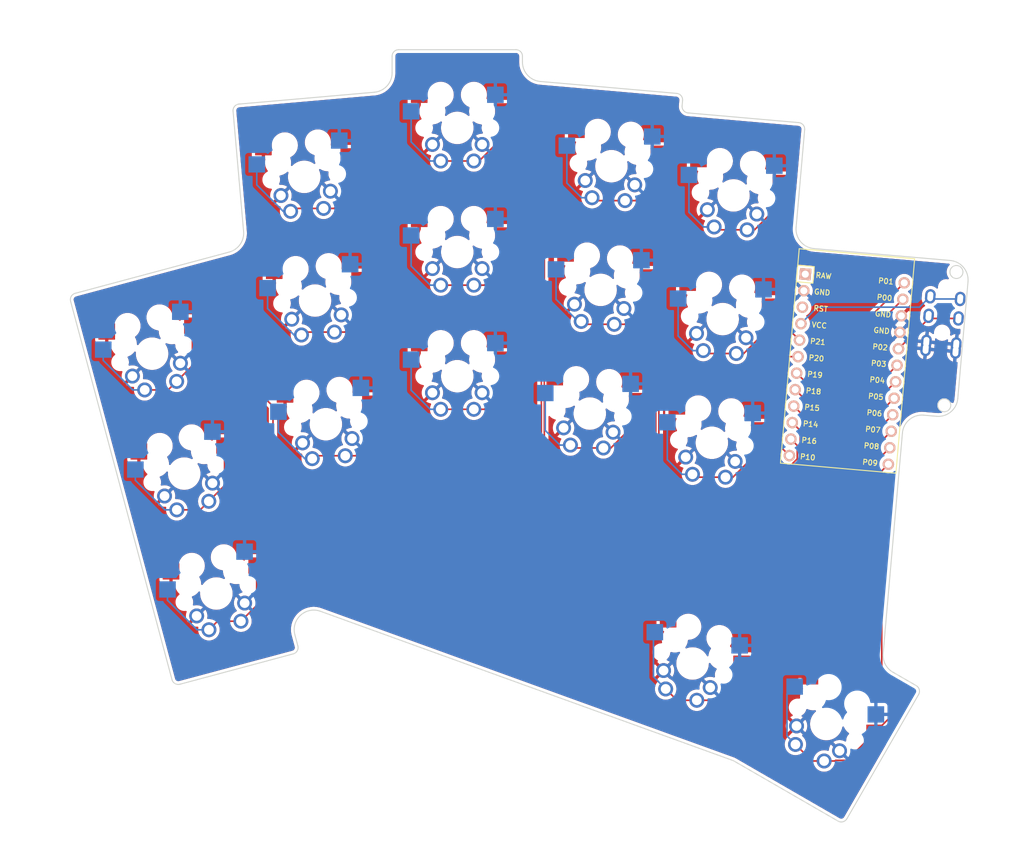
<source format=kicad_pcb>
(kicad_pcb (version 20211014) (generator pcbnew)
  (title_block (title "architeuthis_dux") (rev "v1.0.0") (company "Unknown"))
  (layers (0 "F.Cu" signal) (31 "B.Cu" signal) (34 "B.Paste" user) (35 "F.Paste" user) (36 "B.SilkS" user "B.Silkscreen") (37 "F.SilkS" user "F.Silkscreen") (38 "B.Mask" user) (39 "F.Mask" user) (44 "Edge.Cuts" user))
  (net 0 "")
  (net 1 "P7")
  (net 2 "GND")
  (net 3 "P6")
  (net 4 "P5")
  (net 5 "P4")
  (net 6 "P3")
  (net 7 "P0")
  (net 8 "P1")
  (net 9 "P19")
  (net 10 "P18")
  (net 11 "P15")
  (net 12 "P14")
  (net 13 "P16")
  (net 14 "P10")
  (net 15 "P20")
  (net 16 "P21")
  (net 17 "P8")
  (net 18 "P9")
  (net 19 "RAW")
  (net 20 "RST")
  (net 21 "VCC")
  (net 22 "P2")
  (footprint "MX" (layer "F.Cu") (at 28.741352 -44.373642 -175)
    (fp_text reference "S10" hide)
    (fp_text value "" hide)
  )
  (footprint "MX" (layer "F.Cu") (at 92.949792 -60.507036 175)
    (fp_text reference "S30" hide)
    (fp_text value "" hide)
  )
  (footprint "MX" (layer "F.Cu") (at 8.669573 -17.821626 -165)
    (fp_text reference "S4" hide)
    (fp_text value "" hide)
  )
  (footprint "MX" (layer "F.Cu") (at 50.566943 -51.816243 180)
    (fp_text reference "S16" hide)
    (fp_text value "" hide)
  )
  (footprint "MX" (layer "F.Cu") (at 92.949792 -60.507036 -5)
    (fp_text reference "S29" hide)
    (fp_text value "" hide)
  )
  (footprint "MX" (layer "F.Cu") (at 74.219225 -64.989905 -5)
    (fp_text reference "S23" hide)
    (fp_text value "" hide)
  )
  (footprint "TRRS-PJ-320A-dual" (layer "F.Cu") (at 128.00854 -47.801987 -5)
    (fp_text reference "REF**")
    (fp_text value "TRRS-PJ-320A-dual")
  )
  (footprint "MX" (layer "F.Cu") (at 91.289475 -41.529527 175)
    (fp_text reference "S28" hide)
    (fp_text value "" hide)
  )
  (footprint "MX" (layer "F.Cu") (at 107.194926 20.607291 150)
    (fp_text reference "S34" hide)
    (fp_text value "" hide)
  )
  (footprint "MX" (layer "F.Cu") (at 27.081035 -63.351151 5)
    (fp_text reference "S11" hide)
    (fp_text value "" hide)
  )
  (footprint "MX" (layer "F.Cu") (at 3.739071 -36.222513 15)
    (fp_text reference "S5" hide)
    (fp_text value "" hide)
  )
  (footprint "MX" (layer "F.Cu") (at 86.665863 11.318602 -20)
    (fp_text reference "S31" hide)
    (fp_text value "" hide)
  )
  (footprint "MX" (layer "F.Cu") (at 86.665863 11.318602 160)
    (fp_text reference "S32" hide)
    (fp_text value "" hide)
  )
  (footprint "MX" (layer "F.Cu") (at 89.629158 -22.552018 175)
    (fp_text reference "S26" hide)
    (fp_text value "" hide)
  )
  (footprint "MX" (layer "F.Cu") (at 72.558908 -46.012396 -5)
    (fp_text reference "S21" hide)
    (fp_text value "" hide)
  )
  (footprint "MX" (layer "F.Cu") (at 30.401669 -25.396133 5)
    (fp_text reference "S7" hide)
    (fp_text value "" hide)
  )
  (footprint "MX" (layer "F.Cu") (at 70.898591 -27.034887 175)
    (fp_text reference "S20" hide)
    (fp_text value "" hide)
  )
  (footprint "ProMicro" (layer "F.Cu") (at 110.339312 -33.837108 -95)
    (fp_text reference "MCU1" hide)
    (fp_text value "" hide)
  )
  (footprint "MX" (layer "F.Cu") (at 50.566943 -32.766243 180)
    (fp_text reference "S14" hide)
    (fp_text value "" hide)
  )
  (footprint "MX" (layer "F.Cu") (at 13.600076 0.579261 15)
    (fp_text reference "S1" hide)
    (fp_text value "" hide)
  )
  (footprint "MX" (layer "F.Cu") (at 89.629158 -22.552018 -5)
    (fp_text reference "S25" hide)
    (fp_text value "" hide)
  )
  (footprint "MX" (layer "F.Cu") (at 28.741352 -44.373642 5)
    (fp_text reference "S9" hide)
    (fp_text value "" hide)
  )
  (footprint "MX" (layer "F.Cu") (at 72.558908 -46.012396 175)
    (fp_text reference "S22" hide)
    (fp_text value "" hide)
  )
  (footprint "MX" (layer "F.Cu") (at 27.081035 -63.351151 -175)
    (fp_text reference "S12" hide)
    (fp_text value "" hide)
  )
  (footprint "MX" (layer "F.Cu") (at 70.898591 -27.034887 -5)
    (fp_text reference "S19" hide)
    (fp_text value "" hide)
  )
  (footprint "MX" (layer "F.Cu") (at 50.566943 -51.816243)
    (fp_text reference "S15" hide)
    (fp_text value "" hide)
  )
  (footprint "MX" (layer "F.Cu") (at 50.566943 -32.766243)
    (fp_text reference "S13" hide)
    (fp_text value "" hide)
  )
  (footprint "MX" (layer "F.Cu") (at 91.289475 -41.529527 -5)
    (fp_text reference "S27" hide)
    (fp_text value "" hide)
  )
  (footprint "MX" (layer "F.Cu") (at 50.566943 -70.866243 180)
    (fp_text reference "S18" hide)
    (fp_text value "" hide)
  )
  (footprint "MX" (layer "F.Cu") (at 30.401669 -25.396133 -175)
    (fp_text reference "S8" hide)
    (fp_text value "" hide)
  )
  (footprint "MX" (layer "F.Cu") (at 74.219225 -64.989905 175)
    (fp_text reference "S24" hide)
    (fp_text value "" hide)
  )
  (footprint "MX" (layer "F.Cu") (at 8.669573 -17.821626 15)
    (fp_text reference "S3" hide)
    (fp_text value "" hide)
  )
  (footprint "MX" (layer "F.Cu") (at 13.600076 0.579261 -165)
    (fp_text reference "S2" hide)
    (fp_text value "" hide)
  )
  (footprint "MX" (layer "F.Cu") (at 3.739071 -36.222513 -165)
    (fp_text reference "S6" hide)
    (fp_text value "" hide)
  )
  (footprint "MX" (layer "F.Cu") (at 107.194926 20.607291 -30)
    (fp_text reference "S33" hide)
    (fp_text value "" hide)
  )
  (footprint "MX" (layer "F.Cu") (at 50.566943 -70.866243)
    (fp_text reference "S17" hide)
    (fp_text value "" hide)
  )
  (gr_arc (start 40.566943 -79.325847) (mid 39.778775 -77.299076) (end 37.82841 -76.337263) (layer "Edge.Cuts") (width 0.15))
  (gr_arc (start 59.566943 -82.866243) (mid 60.27405 -82.57335) (end 60.566943 -81.866243) (layer "Edge.Cuts") (width 0.15))
  (gr_arc (start -8.767197 -44.259507) (mid -8.667296 -45.018326) (end -8.06009 -45.484252) (layer "Edge.Cuts") (width 0.15))
  (gr_line (start 102.558758 -55.60089) (end 103.870452 -70.593621) (layer "Edge.Cuts") (width 0.15))
  (gr_line (start 120.989154 14.714986) (end 117.399571 12.642539) (layer "Edge.Cuts") (width 0.15))
  (gr_arc (start 105.285876 -52.350838) (mid 103.249209 -53.411059) (end 102.558758 -55.60089) (layer "Edge.Cuts") (width 0.15))
  (gr_line (start 60.566943 -80.979156) (end 60.566943 -81.866243) (layer "Edge.Cuts") (width 0.15))
  (gr_line (start 85.976294 -73.162976) (end 102.961413 -71.676971) (layer "Edge.Cuts") (width 0.15))
  (gr_arc (start 17.77579 -54.973463) (mid 17.244662 -52.991266) (end 15.563663 -51.814217) (layer "Edge.Cuts") (width 0.15))
  (gr_arc (start 8.012573 14.499741) (mid 7.253754 14.399841) (end 6.787828 13.792636) (layer "Edge.Cuts") (width 0.15))
  (gr_line (start 16.160375 -73.437735) (end 17.77579 -54.973462) (layer "Edge.Cuts") (width 0.15))
  (gr_arc (start 85.976294 -73.162976) (mid 85.297405 -73.516383) (end 85.067255 -74.246327) (layer "Edge.Cuts") (width 0.15))
  (gr_arc (start 127.364277 -29.339013) (mid 126.304056 -27.302347) (end 124.114226 -26.611896) (layer "Edge.Cuts") (width 0.15))
  (gr_arc (start 127.244312 -49.752388) (mid 127.07 -47.76) (end 127.244312 -49.752388) (layer "Edge.Cuts") (width 0.15))
  (gr_line (start 26.106344 8.616255) (end 25.647422 6.903534) (layer "Edge.Cuts") (width 0.15))
  (gr_arc (start 120.989154 14.714985) (mid 121.45508 15.322192) (end 121.35518 16.081011) (layer "Edge.Cuts") (width 0.15))
  (gr_arc (start 40.566943 -81.866243) (mid 40.859836 -82.57335) (end 41.566943 -82.866243) (layer "Edge.Cuts") (width 0.15))
  (gr_arc (start 63.305476 -77.990572) (mid 61.355111 -78.952385) (end 60.566943 -80.979156) (layer "Edge.Cuts") (width 0.15))
  (gr_line (start 40.566943 -81.866243) (end 40.566943 -79.325847) (layer "Edge.Cuts") (width 0.15))
  (gr_line (start 105.285875 -52.350839) (end 126.205964 -50.520568) (layer "Edge.Cuts") (width 0.15))
  (gr_arc (start 126.286194 -28.222844) (mid 124.293806 -28.397156) (end 126.286194 -28.222844) (layer "Edge.Cuts") (width 0.15))
  (gr_arc (start 84.230846 -76.15984) (mid 84.909735 -75.806433) (end 85.139885 -75.076489) (layer "Edge.Cuts") (width 0.15))
  (gr_line (start 127.364277 -29.339012) (end 128.933081 -47.270517) (layer "Edge.Cuts") (width 0.15))
  (gr_line (start 110.35518 35.13357) (end 121.35518 16.081011) (layer "Edge.Cuts") (width 0.15))
  (gr_line (start 59.566943 -82.866243) (end 41.566943 -82.866243) (layer "Edge.Cuts") (width 0.15))
  (gr_line (start 92.942643 26.235138) (end 108.989154 35.499596) (layer "Edge.Cuts") (width 0.15))
  (gr_arc (start 117.399571 12.642539) (mid 116.238539 11.429709) (end 115.910987 9.782996) (layer "Edge.Cuts") (width 0.15))
  (gr_arc (start 126.205964 -50.520568) (mid 128.24263 -49.460347) (end 128.933081 -47.270517) (layer "Edge.Cuts") (width 0.15))
  (gr_line (start 8.012572 14.499742) (end 25.399237 9.840999) (layer "Edge.Cuts") (width 0.15))
  (gr_line (start 124.114226 -26.611896) (end 122.121837 -26.786207) (layer "Edge.Cuts") (width 0.15))
  (gr_line (start 17.069414 -74.521086) (end 37.82841 -76.337263) (layer "Edge.Cuts") (width 0.15))
  (gr_line (start -8.767197 -44.259507) (end -3.836694 -25.85862) (layer "Edge.Cuts") (width 0.15))
  (gr_arc (start 102.961413 -71.67697) (mid 103.640301 -71.323564) (end 103.870452 -70.593621) (layer "Edge.Cuts") (width 0.15))
  (gr_arc (start 16.160375 -73.437735) (mid 16.390525 -74.167679) (end 17.069414 -74.521086) (layer "Edge.Cuts") (width 0.15))
  (gr_line (start 63.305476 -77.990572) (end 84.230846 -76.159839) (layer "Edge.Cuts") (width 0.15))
  (gr_arc (start 118.871785 -24.059091) (mid 119.932007 -26.095757) (end 122.121837 -26.786207) (layer "Edge.Cuts") (width 0.15))
  (gr_line (start -3.836694 -25.85862) (end 6.787827 13.792636) (layer "Edge.Cuts") (width 0.15))
  (gr_arc (start 110.35518 35.13357) (mid 109.747973 35.599496) (end 108.989154 35.499596) (layer "Edge.Cuts") (width 0.15))
  (gr_line (start -8.06009 -45.484252) (end 15.563663 -51.814217) (layer "Edge.Cuts") (width 0.15))
  (gr_arc (start 25.647421 6.903534) (mid 26.518428 3.915244) (end 29.57126 3.307999) (layer "Edge.Cuts") (width 0.15))
  (gr_arc (start 26.106343 8.616255) (mid 26.006443 9.375073) (end 25.399237 9.840999) (layer "Edge.Cuts") (width 0.15))
  (gr_line (start 29.57126 3.307999) (end 92.942643 26.235138) (layer "Edge.Cuts") (width 0.15))
  (gr_line (start 85.067255 -74.246327) (end 85.139885 -75.076489) (layer "Edge.Cuts") (width 0.15))
  (gr_line (start 115.910987 9.782996) (end 118.871785 -24.05909) (layer "Edge.Cuts") (width 0.15))
  (segment (start 13.776226 4.828764) (end 12.461425 6.143565) (width 0.25) (layer "F.Cu") (net 1))
  (segment (start 117.155501 -24.31681) (end 114.44 -21.601309) (width 0.25) (layer "F.Cu") (net 1))
  (segment (start 17.368328 4.828764) (end 13.776226 4.828764) (width 0.25) (layer "F.Cu") (net 1))
  (segment (start 114.44 1.74) (end 26.42 1.74) (width 0.25) (layer "F.Cu") (net 1))
  (segment (start 19.78626 -3.707924) (end 19.78626 2.410832) (width 0.25) (layer "F.Cu") (net 1))
  (segment (start 19.78626 2.410832) (end 17.368328 4.828764) (width 0.25) (layer "F.Cu") (net 1))
  (segment (start 26.42 1.74) (end 20.972076 -3.707924) (width 0.25) (layer "F.Cu") (net 1))
  (segment (start 20.972076 -3.707924) (end 19.78626 -3.707924) (width 0.25) (layer "F.Cu") (net 1))
  (segment (start 114.44 -21.601309) (end 114.44 1.74) (width 0.25) (layer "F.Cu") (net 1))
  (segment (start 6.099091 -0.040458) (end 6.099091 1.61598) (width 0.25) (layer "B.Cu") (net 1))
  (segment (start 10.626676 6.143565) (end 12.461425 6.143565) (width 0.25) (layer "B.Cu") (net 1))
  (segment (start 6.099091 1.61598) (end 10.626676 6.143565) (width 0.25) (layer "B.Cu") (net 1))
  (segment (start 11.123024 -12.257322) (end 7.530922 -12.257322) (width 0.25) (layer "F.Cu") (net 3))
  (segment (start 21.84 -3.62) (end 21.84 -19.91) (width 0.25) (layer "F.Cu") (net 3))
  (segment (start 14.855757 -22.108811) (end 14.855757 -15.990055) (width 0.25) (layer "F.Cu") (net 3))
  (segment (start 26.75048 1.29048) (end 21.84 -3.62) (width 0.25) (layer "F.Cu") (net 3))
  (segment (start 19.641189 -22.108811) (end 14.855757 -22.108811) (width 0.25) (layer "F.Cu") (net 3))
  (segment (start 113.67952 1.29048) (end 26.75048 1.29048) (width 0.25) (layer "F.Cu") (net 3))
  (segment (start 113.77 1.2) (end 113.67952 1.29048) (width 0.25) (layer "F.Cu") (net 3))
  (segment (start 117.376877 -26.847145) (end 113.77 -23.240268) (width 0.25) (layer "F.Cu") (net 3))
  (segment (start 21.84 -19.91) (end 19.641189 -22.108811) (width 0.25) (layer "F.Cu") (net 3))
  (segment (start 12.437825 -13.572123) (end 11.123024 -12.257322) (width 0.25) (layer "F.Cu") (net 3))
  (segment (start 14.855757 -15.990055) (end 12.437825 -13.572123) (width 0.25) (layer "F.Cu") (net 3))
  (segment (start 113.77 -23.240268) (end 113.77 1.2) (width 0.25) (layer "F.Cu") (net 3))
  (segment (start 5.696173 -12.257322) (end 7.530922 -12.257322) (width 0.25) (layer "B.Cu") (net 3))
  (segment (start 1.168588 -18.441345) (end 1.168588 -16.784907) (width 0.25) (layer "B.Cu") (net 3))
  (segment (start 1.168588 -16.784907) (end 5.696173 -12.257322) (width 0.25) (layer "B.Cu") (net 3))
  (segment (start 7.507323 -31.97301) (end 6.192522 -30.658209) (width 0.25) (layer "F.Cu") (net 4))
  (segment (start 9.925255 -40.509698) (end 9.925255 -34.390942) (width 0.25) (layer "F.Cu") (net 4))
  (segment (start 22.28952 -28.145433) (end 9.925255 -40.509698) (width 0.25) (layer "F.Cu") (net 4))
  (segment (start 22.28952 -3.82048) (end 22.28952 -28.145433) (width 0.25) (layer "F.Cu") (net 4))
  (segment (start 26.94 0.83) (end 22.28952 -3.82048) (width 0.25) (layer "F.Cu") (net 4))
  (segment (start 113.18 0.83) (end 26.94 0.83) (width 0.25) (layer "F.Cu") (net 4))
  (segment (start 6.192522 -30.658209) (end 2.60042 -30.658209) (width 0.25) (layer "F.Cu") (net 4))
  (segment (start 9.925255 -34.390942) (end 7.507323 -31.97301) (width 0.25) (layer "F.Cu") (net 4))
  (segment (start 113.18 -24.959227) (end 113.18 0.83) (width 0.25) (layer "F.Cu") (net 4))
  (segment (start 117.598252 -29.377479) (end 113.18 -24.959227) (width 0.25) (layer "F.Cu") (net 4))
  (segment (start 0.765671 -30.658209) (end 2.60042 -30.658209) (width 0.25) (layer "B.Cu") (net 4))
  (segment (start -3.761914 -35.185794) (end 0.765671 -30.658209) (width 0.25) (layer "B.Cu") (net 4))
  (segment (start -3.761914 -36.842232) (end -3.761914 -35.185794) (width 0.25) (layer "B.Cu") (net 4))
  (segment (start 28.756838 -20.55684) (end 28.314086 -20.114088) (width 0.25) (layer "F.Cu") (net 5))
  (segment (start 112.73048 0.36) (end 41.4 0.36) (width 0.25) (layer "F.Cu") (net 5))
  (segment (start 37.238333 -3.801667) (end 37.238333 -28.543966) (width 0.25) (layer "F.Cu") (net 5))
  (segment (start 37.238333 -22.803972) (end 34.991201 -20.55684) (width 0.25) (layer "F.Cu") (net 5))
  (segment (start 112.73048 -26.818666) (end 112.73048 0.36) (width 0.25) (layer "F.Cu") (net 5))
  (segment (start 41.4 0.36) (end 37.238333 -3.801667) (width 0.25) (layer "F.Cu") (net 5))
  (segment (start 34.991201 -20.55684) (end 33.374755 -20.55684) (width 0.25) (layer "F.Cu") (net 5))
  (segment (start 33.374755 -20.55684) (end 28.756838 -20.55684) (width 0.25) (layer "F.Cu") (net 5))
  (segment (start 117.819628 -31.907814) (end 112.73048 -26.818666) (width 0.25) (layer "F.Cu") (net 5))
  (segment (start 37.238333 -28.543966) (end 37.238333 -22.803972) (width 0.25) (layer "F.Cu") (net 5))
  (segment (start 23.122254 -24.163649) (end 27.171815 -20.114088) (width 0.25) (layer "B.Cu") (net 5))
  (segment (start 23.122254 -27.308969) (end 23.122254 -24.163649) (width 0.25) (layer "B.Cu") (net 5))
  (segment (start 27.171815 -20.114088) (end 28.314086 -20.114088) (width 0.25) (layer "B.Cu") (net 5))
  (segment (start 112.28096 -28.678106) (end 112.28096 -0.09) (width 0.25) (layer "F.Cu") (net 6))
  (segment (start 33.330884 -39.534349) (end 31.714438 -39.534349) (width 0.25) (layer "F.Cu") (net 6))
  (segment (start 35.578016 -47.521475) (end 35.578016 -41.781481) (width 0.25) (layer "F.Cu") (net 6))
  (segment (start 37.697859 -3.977859) (end 37.697859 -24.657859) (width 0.25) (layer "F.Cu") (net 6))
  (segment (start 118.041003 -34.438149) (end 112.28096 -28.678106) (width 0.25) (layer "F.Cu") (net 6))
  (segment (start 37.697859 -24.657859) (end 39.35 -26.31) (width 0.25) (layer "F.Cu") (net 6))
  (segment (start 31.714438 -39.534349) (end 27.096521 -39.534349) (width 0.25) (layer "F.Cu") (net 6))
  (segment (start 27.096521 -39.534349) (end 26.653769 -39.091597) (width 0.25) (layer "F.Cu") (net 6))
  (segment (start 39.35 -43.749491) (end 35.578016 -47.521475) (width 0.25) (layer "F.Cu") (net 6))
  (segment (start 41.585718 -0.09) (end 37.697859 -3.977859) (width 0.25) (layer "F.Cu") (net 6))
  (segment (start 35.578016 -41.781481) (end 33.330884 -39.534349) (width 0.25) (layer "F.Cu") (net 6))
  (segment (start 39.35 -26.31) (end 39.35 -43.749491) (width 0.25) (layer "F.Cu") (net 6))
  (segment (start 112.28096 -0.09) (end 41.585718 -0.09) (width 0.25) (layer "F.Cu") (net 6))
  (segment (start 21.461937 -46.286478) (end 21.461937 -43.141158) (width 0.25) (layer "B.Cu") (net 6))
  (segment (start 21.461937 -43.141158) (end 25.511498 -39.091597) (width 0.25) (layer "B.Cu") (net 6))
  (segment (start 25.511498 -39.091597) (end 26.653769 -39.091597) (width 0.25) (layer "B.Cu") (net 6))
  (segment (start 118.926506 -44.559487) (end 111.72 -37.352981) (width 0.25) (layer "F.Cu") (net 7))
  (segment (start 39.79952 -60.617163) (end 33.917699 -66.498984) (width 0.25) (layer "F.Cu") (net 7))
  (segment (start 33.917699 -60.75899) (end 31.670567 -58.511858) (width 0.25) (layer "F.Cu") (net 7))
  (segment (start 38.17 -24.494282) (end 39.79952 -26.123803) (width 0.25) (layer "F.Cu") (net 7))
  (segment (start 33.917699 -66.498984) (end 33.917699 -60.75899) (width 0.25) (layer "F.Cu") (net 7))
  (segment (start 111.72 -37.352981) (end 111.72 -0.54) (width 0.25) (layer "F.Cu") (net 7))
  (segment (start 30.054121 -58.511858) (end 25.436204 -58.511858) (width 0.25) (layer "F.Cu") (net 7))
  (segment (start 38.17 -4.32) (end 38.17 -24.494282) (width 0.25) (layer "F.Cu") (net 7))
  (segment (start 111.72 -0.54) (end 111.71952 -0.53952) (width 0.25) (layer "F.Cu") (net 7))
  (segment (start 111.71952 -0.53952) (end 41.95048 -0.53952) (width 0.25) (layer "F.Cu") (net 7))
  (segment (start 39.79952 -26.123803) (end 39.79952 -60.617163) (width 0.25) (layer "F.Cu") (net 7))
  (segment (start 31.670567 -58.511858) (end 30.054121 -58.511858) (width 0.25) (layer "F.Cu") (net 7))
  (segment (start 25.436204 -58.511858) (end 24.993452 -58.069106) (width 0.25) (layer "F.Cu") (net 7))
  (segment (start 41.95048 -0.53952) (end 38.17 -4.32) (width 0.25) (layer "F.Cu") (net 7))
  (segment (start 19.80162 -62.118667) (end 23.851181 -58.069106) (width 0.25) (layer "B.Cu") (net 7))
  (segment (start 19.80162 -65.263987) (end 19.80162 -62.118667) (width 0.25) (layer "B.Cu") (net 7))
  (segment (start 23.851181 -58.069106) (end 24.993452 -58.069106) (width 0.25) (layer "B.Cu") (net 7))
  (segment (start 111.18 -39.12194) (end 111.18 -1.15) (width 0.25) (layer "F.Cu") (net 8))
  (segment (start 57.651943 -35.306243) (end 57.651943 -30.614797) (width 0.25) (layer "F.Cu") (net 8))
  (segment (start 119.147881 -47.089821) (end 111.18 -39.12194) (width 0.25) (layer "F.Cu") (net 8))
  (segment (start 57.651943 -3.918057) (end 57.651943 -35.306243) (width 0.25) (layer "F.Cu") (net 8))
  (segment (start 111.18 -1.15) (end 111.01904 -0.98904) (width 0.25) (layer "F.Cu") (net 8))
  (segment (start 60.58096 -0.98904) (end 57.651943 -3.918057) (width 0.25) (layer "F.Cu") (net 8))
  (segment (start 57.651943 -30.614797) (end 54.723389 -27.686243) (width 0.25) (layer "F.Cu") (net 8))
  (segment (start 54.723389 -27.686243) (end 53.106943 -27.686243) (width 0.25) (layer "F.Cu") (net 8))
  (segment (start 53.106943 -27.686243) (end 48.026943 -27.686243) (width 0.25) (layer "F.Cu") (net 8))
  (segment (start 111.01904 -0.98904) (end 60.58096 -0.98904) (width 0.25) (layer "F.Cu") (net 8))
  (segment (start 46.410497 -27.686243) (end 48.026943 -27.686243) (width 0.25) (layer "B.Cu") (net 8))
  (segment (start 43.481943 -30.614797) (end 46.410497 -27.686243) (width 0.25) (layer "B.Cu") (net 8))
  (segment (start 43.481943 -35.306243) (end 43.481943 -30.614797) (width 0.25) (layer "B.Cu") (net 8))
  (segment (start 103.890717 -18.659282) (end 96.373354 -11.14192) (width 0.25) (layer "F.Cu") (net 9))
  (segment (start 57.651943 -49.664797) (end 54.723389 -46.736243) (width 0.25) (layer "F.Cu") (net 9))
  (segment (start 104.53 -31.343688) (end 104.53 -19.298564) (width 0.25) (layer "F.Cu") (net 9))
  (segment (start 53.106943 -46.736243) (end 48.026943 -46.736243) (width 0.25) (layer "F.Cu") (net 9))
  (segment (start 58.983757 -54.356243) (end 57.651943 -54.356243) (width 0.25) (layer "F.Cu") (net 9))
  (segment (start 57.651943 -54.356243) (end 57.651943 -49.664797) (width 0.25) (layer "F.Cu") (net 9))
  (segment (start 96.373354 -11.14192) (end 70.482362 -11.14192) (width 0.25) (layer "F.Cu") (net 9))
  (segment (start 104.53 -19.298564) (end 103.890717 -18.659282) (width 0.25) (layer "F.Cu") (net 9))
  (segment (start 54.723389 -46.736243) (end 53.106943 -46.736243) (width 0.25) (layer "F.Cu") (net 9))
  (segment (start 102.637621 -33.236067) (end 104.53 -31.343688) (width 0.25) (layer "F.Cu") (net 9))
  (segment (start 70.21904 -11.405243) (end 63.472542 -18.151741) (width 0.25) (layer "F.Cu") (net 9))
  (segment (start 63.472542 -18.151741) (end 63.472542 -49.867458) (width 0.25) (layer "F.Cu") (net 9))
  (segment (start 70.482362 -11.14192) (end 70.21904 -11.405243) (width 0.25) (layer "F.Cu") (net 9))
  (segment (start 63.472542 -49.867458) (end 58.983757 -54.356243) (width 0.25) (layer "F.Cu") (net 9))
  (segment (start 43.481943 -54.356243) (end 43.481943 -49.664797) (width 0.25) (layer "B.Cu") (net 9))
  (segment (start 46.410497 -46.736243) (end 48.026943 -46.736243) (width 0.25) (layer "B.Cu") (net 9))
  (segment (start 43.481943 -49.664797) (end 46.410497 -46.736243) (width 0.25) (layer "B.Cu") (net 9))
  (segment (start 53.106943 -65.786243) (end 48.026943 -65.786243) (width 0.25) (layer "F.Cu") (net 10))
  (segment (start 63.922062 -69.987938) (end 60.503757 -73.406243) (width 0.25) (layer "F.Cu") (net 10))
  (segment (start 104.080114 -19.484396) (end 96.187157 -11.59144) (width 0.25) (layer "F.Cu") (net 10))
  (segment (start 96.187157 -11.59144) (end 70.66856 -11.59144) (width 0.25) (layer "F.Cu") (net 10))
  (segment (start 102.416245 -30.705733) (end 104.080114 -29.041864) (width 0.25) (layer "F.Cu") (net 10))
  (segment (start 57.651943 -69.525868) (end 53.912318 -65.786243) (width 0.25) (layer "F.Cu") (net 10))
  (segment (start 57.651943 -73.406243) (end 57.651943 -69.525868) (width 0.25) (layer "F.Cu") (net 10))
  (segment (start 53.912318 -65.786243) (end 53.106943 -65.786243) (width 0.25) (layer "F.Cu") (net 10))
  (segment (start 63.922062 -18.337938) (end 63.922062 -69.987938) (width 0.25) (layer "F.Cu") (net 10))
  (segment (start 60.503757 -73.406243) (end 57.651943 -73.406243) (width 0.25) (layer "F.Cu") (net 10))
  (segment (start 104.080114 -29.041864) (end 104.080114 -19.484396) (width 0.25) (layer "F.Cu") (net 10))
  (segment (start 70.66856 -11.59144) (end 63.922062 -18.337938) (width 0.25) (layer "F.Cu") (net 10))
  (segment (start 43.481943 -73.406243) (end 43.481943 -68.714797) (width 0.25) (layer "B.Cu") (net 10))
  (segment (start 46.410497 -65.786243) (end 48.026943 -65.786243) (width 0.25) (layer "B.Cu") (net 10))
  (segment (start 43.481943 -68.714797) (end 46.410497 -65.786243) (width 0.25) (layer "B.Cu") (net 10))
  (segment (start 72.986174 -21.752842) (end 68.368257 -21.752842) (width 0.25) (layer "F.Cu") (net 11))
  (segment (start 68.368257 -21.752842) (end 67.925505 -22.195594) (width 0.25) (layer "F.Cu") (net 11))
  (segment (start 74.128445 -21.752842) (end 72.986174 -21.752842) (width 0.25) (layer "F.Cu") (net 11))
  (segment (start 96.00096 -12.04096) (end 84.873322 -12.04096) (width 0.25) (layer "F.Cu") (net 11))
  (segment (start 80.56 -16.354282) (end 80.56 -26.61) (width 0.25) (layer "F.Cu") (net 11))
  (segment (start 78.178006 -28.947723) (end 78.178006 -25.802403) (width 0.25) (layer "F.Cu") (net 11))
  (segment (start 80.56 -26.61) (end 78.222277 -28.947723) (width 0.25) (layer "F.Cu") (net 11))
  (segment (start 103.630594 -19.670594) (end 96.00096 -12.04096) (width 0.25) (layer "F.Cu") (net 11))
  (segment (start 78.178006 -25.802403) (end 74.128445 -21.752842) (width 0.25) (layer "F.Cu") (net 11))
  (segment (start 84.873322 -12.04096) (end 80.56 -16.354282) (width 0.25) (layer "F.Cu") (net 11))
  (segment (start 103.630594 -26.739673) (end 103.630594 -19.670594) (width 0.25) (layer "F.Cu") (net 11))
  (segment (start 78.222277 -28.947723) (end 78.178006 -28.947723) (width 0.25) (layer "F.Cu") (net 11))
  (segment (start 102.194869 -28.175398) (end 103.630594 -26.739673) (width 0.25) (layer "F.Cu") (net 11))
  (segment (start 64.061927 -24.442726) (end 66.309059 -22.195594) (width 0.25) (layer "B.Cu") (net 11))
  (segment (start 64.061927 -30.18272) (end 64.061927 -24.442726) (width 0.25) (layer "B.Cu") (net 11))
  (segment (start 66.309059 -22.195594) (end 67.925505 -22.195594) (width 0.25) (layer "B.Cu") (net 11))
  (segment (start 70.028574 -40.730351) (end 69.585822 -41.173103) (width 0.25) (layer "F.Cu") (net 12))
  (segment (start 103.181074 -24.437484) (end 103.181074 -19.900805) (width 0.25) (layer "F.Cu") (net 12))
  (segment (start 81.03 -16.52) (end 81.03 -46.733555) (width 0.25) (layer "F.Cu") (net 12))
  (segment (start 101.973494 -25.645064) (end 103.181074 -24.437484) (width 0.25) (layer "F.Cu") (net 12))
  (segment (start 76.262937 -40.730351) (end 74.646491 -40.730351) (width 0.25) (layer "F.Cu") (net 12))
  (segment (start 85.05952 -12.49048) (end 81.03 -16.52) (width 0.25) (layer "F.Cu") (net 12))
  (segment (start 95.770749 -12.49048) (end 85.05952 -12.49048) (width 0.25) (layer "F.Cu") (net 12))
  (segment (start 103.181074 -19.900805) (end 95.770749 -12.49048) (width 0.25) (layer "F.Cu") (net 12))
  (segment (start 79.838323 -44.305737) (end 76.262937 -40.730351) (width 0.25) (layer "F.Cu") (net 12))
  (segment (start 79.838323 -47.925232) (end 79.838323 -44.305737) (width 0.25) (layer "F.Cu") (net 12))
  (segment (start 81.03 -46.733555) (end 79.838323 -47.925232) (width 0.25) (layer "F.Cu") (net 12))
  (segment (start 74.646491 -40.730351) (end 70.028574 -40.730351) (width 0.25) (layer "F.Cu") (net 12))
  (segment (start 65.722244 -49.160229) (end 65.722244 -44.558537) (width 0.25) (layer "B.Cu") (net 12))
  (segment (start 69.107678 -41.173103) (end 69.585822 -41.173103) (width 0.25) (layer "B.Cu") (net 12))
  (segment (start 65.722244 -44.558537) (end 69.107678 -41.173103) (width 0.25) (layer "B.Cu") (net 12))
  (segment (start 81.49864 -66.902741) (end 81.49864 -63.283246) (width 0.25) (layer "F.Cu") (net 13))
  (segment (start 71.688891 -59.70786) (end 71.246139 -60.150612) (width 0.25) (layer "F.Cu") (net 13))
  (segment (start 95.584552 -12.94) (end 85.25 -12.94) (width 0.25) (layer "F.Cu") (net 13))
  (segment (start 76.306808 -59.70786) (end 71.688891 -59.70786) (width 0.25) (layer "F.Cu") (net 13))
  (segment (start 102.731554 -20.087002) (end 95.584552 -12.94) (width 0.25) (layer "F.Cu") (net 13))
  (segment (start 102.731554 -22.135293) (end 102.731554 -20.087002) (width 0.25) (layer "F.Cu") (net 13))
  (segment (start 85.25 -12.94) (end 81.49864 -16.69136) (width 0.25) (layer "F.Cu") (net 13))
  (segment (start 101.752118 -23.114729) (end 102.731554 -22.135293) (width 0.25) (layer "F.Cu") (net 13))
  (segment (start 77.923254 -59.70786) (end 76.306808 -59.70786) (width 0.25) (layer "F.Cu") (net 13))
  (segment (start 81.49864 -63.283246) (end 77.923254 -59.70786) (width 0.25) (layer "F.Cu") (net 13))
  (segment (start 81.49864 -16.69136) (end 81.49864 -66.902741) (width 0.25) (layer "F.Cu") (net 13))
  (segment (start 67.382561 -62.397744) (end 69.629693 -60.150612) (width 0.25) (layer "B.Cu") (net 13))
  (segment (start 67.382561 -68.137738) (end 67.382561 -62.397744) (width 0.25) (layer "B.Cu") (net 13))
  (segment (start 69.629693 -60.150612) (end 71.246139 -60.150612) (width 0.25) (layer "B.Cu") (net 13))
  (segment (start 96.908573 -24.464854) (end 96.908573 -21.319534) (width 0.25) (layer "F.Cu") (net 14))
  (segment (start 97.650284 -24.464854) (end 96.908573 -24.464854) (width 0.25) (layer "F.Cu") (net 14))
  (segment (start 96.908573 -21.319534) (end 92.859012 -17.269973) (width 0.25) (layer "F.Cu") (net 14))
  (segment (start 92.859012 -17.269973) (end 91.716741 -17.269973) (width 0.25) (layer "F.Cu") (net 14))
  (segment (start 101.530743 -20.584395) (end 97.650284 -24.464854) (width 0.25) (layer "F.Cu") (net 14))
  (segment (start 87.098824 -17.269973) (end 86.656072 -17.712725) (width 0.25) (layer "F.Cu") (net 14))
  (segment (start 91.716741 -17.269973) (end 87.098824 -17.269973) (width 0.25) (layer "F.Cu") (net 14))
  (segment (start 82.792494 -25.699851) (end 82.792494 -19.959857) (width 0.25) (layer "B.Cu") (net 14))
  (segment (start 82.792494 -19.959857) (end 85.039626 -17.712725) (width 0.25) (layer "B.Cu") (net 14))
  (segment (start 85.039626 -17.712725) (end 86.656072 -17.712725) (width 0.25) (layer "B.Cu") (net 14))
  (segment (start 98.56889 -43.442363) (end 98.56889 -40.297043) (width 0.25) (layer "F.Cu") (net 15))
  (segment (start 102.858996 -35.766402) (end 101.063598 -35.766402) (width 0.25) (layer "F.Cu") (net 15))
  (segment (start 101.063598 -35.766402) (end 98.56889 -38.26111) (width 0.25) (layer "F.Cu") (net 15))
  (segment (start 93.377058 -36.247482) (end 88.759141 -36.247482) (width 0.25) (layer "F.Cu") (net 15))
  (segment (start 98.56889 -38.26111) (end 98.56889 -43.442363) (width 0.25) (layer "F.Cu") (net 15))
  (segment (start 88.759141 -36.247482) (end 88.316389 -36.690234) (width 0.25) (layer "F.Cu") (net 15))
  (segment (start 94.519329 -36.247482) (end 93.377058 -36.247482) (width 0.25) (layer "F.Cu") (net 15))
  (segment (start 98.56889 -40.297043) (end 94.519329 -36.247482) (width 0.25) (layer "F.Cu") (net 15))
  (segment (start 86.699943 -36.690234) (end 88.316389 -36.690234) (width 0.25) (layer "B.Cu") (net 15))
  (segment (start 84.452811 -38.937366) (end 86.699943 -36.690234) (width 0.25) (layer "B.Cu") (net 15))
  (segment (start 84.452811 -44.67736) (end 84.452811 -38.937366) (width 0.25) (layer "B.Cu") (net 15))
  (segment (start 100.229207 -59.274552) (end 96.179646 -55.224991) (width 0.25) (layer "F.Cu") (net 16))
  (segment (start 96.179646 -55.224991) (end 95.037375 -55.224991) (width 0.25) (layer "F.Cu") (net 16))
  (segment (start 101.81 -60.839079) (end 100.229207 -62.419872) (width 0.25) (layer "F.Cu") (net 16))
  (segment (start 100.229207 -62.419872) (end 100.229207 -59.274552) (width 0.25) (layer "F.Cu") (net 16))
  (segment (start 101.81 -39.567109) (end 101.81 -60.839079) (width 0.25) (layer "F.Cu") (net 16))
  (segment (start 95.037375 -55.224991) (end 90.419458 -55.224991) (width 0.25) (layer "F.Cu") (net 16))
  (segment (start 90.419458 -55.224991) (end 89.976706 -55.667743) (width 0.25) (layer "F.Cu") (net 16))
  (segment (start 103.080372 -38.296737) (end 101.81 -39.567109) (width 0.25) (layer "F.Cu") (net 16))
  (segment (start 86.113128 -57.914875) (end 88.36026 -55.667743) (width 0.25) (layer "B.Cu") (net 16))
  (segment (start 88.36026 -55.667743) (end 89.976706 -55.667743) (width 0.25) (layer "B.Cu") (net 16))
  (segment (start 86.113128 -63.654869) (end 86.113128 -57.914875) (width 0.25) (layer "B.Cu") (net 16))
  (segment (start 94.192316 11.354995) (end 94.192316 12.854995) (width 0.25) (layer "F.Cu") (net 17))
  (segment (start 94.192316 12.854995) (end 90.086339 16.960972) (width 0.25) (layer "F.Cu") (net 17))
  (segment (start 87.31522 16.960972) (end 84.279044 16.960972) (width 0.25) (layer "F.Cu") (net 17))
  (segment (start 84.279044 16.960972) (end 82.541581 15.223509) (width 0.25) (layer "F.Cu") (net 17))
  (segment (start 115.06 8.33) (end 112.035005 11.354995) (width 0.25) (layer "F.Cu") (net 17))
  (segment (start 115.06 -19.912351) (end 115.06 8.33) (width 0.25) (layer "F.Cu") (net 17))
  (segment (start 90.086339 16.960972) (end 87.31522 16.960972) (width 0.25) (layer "F.Cu") (net 17))
  (segment (start 116.934125 -21.786476) (end 115.06 -19.912351) (width 0.25) (layer "F.Cu") (net 17))
  (segment (start 112.035005 11.354995) (end 94.192316 11.354995) (width 0.25) (layer "F.Cu") (net 17))
  (segment (start 80.666803 6.718639) (end 80.666803 13.348731) (width 0.25) (layer "B.Cu") (net 17))
  (segment (start 80.876872 6.50857) (end 80.666803 6.718639) (width 0.25) (layer "B.Cu") (net 17))
  (segment (start 80.666803 13.348731) (end 82.541581 15.223509) (width 0.25) (layer "B.Cu") (net 17))
  (segment (start 108.616619 26.179507) (end 108.519426 26.2767) (width 0.25) (layer "F.Cu") (net 18))
  (segment (start 117.88 18.670802) (end 114.600716 21.950086) (width 0.25) (layer "F.Cu") (net 18))
  (segment (start 116.71275 -19.256141) (end 115.697291 -18.240682) (width 0.25) (layer "F.Cu") (net 18))
  (segment (start 114.600716 21.950086) (end 110.371295 26.179507) (width 0.25) (layer "F.Cu") (net 18))
  (segment (start 104.995221 26.2767) (end 102.455221 23.7367) (width 0.25) (layer "F.Cu") (net 18))
  (segment (start 108.519426 26.2767) (end 106.854631 26.2767) (width 0.25) (layer "F.Cu") (net 18))
  (segment (start 115.697291 -18.240682) (end 115.697291 16.427291) (width 0.25) (layer "F.Cu") (net 18))
  (segment (start 117.88 18.61) (end 117.88 18.670802) (width 0.25) (layer "F.Cu") (net 18))
  (segment (start 115.697291 16.427291) (end 117.88 18.61) (width 0.25) (layer "F.Cu") (net 18))
  (segment (start 110.371295 26.179507) (end 108.616619 26.179507) (width 0.25) (layer "F.Cu") (net 18))
  (segment (start 106.854631 26.2767) (end 104.995221 26.2767) (width 0.25) (layer "F.Cu") (net 18))
  (segment (start 101.157858 16.036364) (end 101.157858 22.439337) (width 0.25) (layer "B.Cu") (net 18))
  (segment (start 101.157858 22.439337) (end 102.455221 23.7367) (width 0.25) (layer "B.Cu") (net 18))
  (segment (start 102.329136 14.865086) (end 101.157858 16.036364) (width 0.25) (layer "B.Cu") (net 18))
  (segment (start 123.147146 -45.01508) (end 121.490742 -43.358676) (width 0.25) (layer "B.Cu") (net 21))
  (segment (start 123.548062 -44.614164) (end 123.147146 -45.01508) (width 0.25) (layer "B.Cu") (net 21))
  (segment (start 121.490742 -43.358676) (end 105.833352 -43.358676) (width 0.25) (layer "B.Cu") (net 21))
  (segment (start 105.833352 -43.358676) (end 103.301747 -40.827071) (width 0.25) (layer "B.Cu") (net 21))
  (segment (start 127.729642 -44.614164) (end 123.548062 -44.614164) (width 0.25) (layer "B.Cu") (net 21))
  (segment (start 123.286595 -41.62558) (end 122.885679 -42.026496) (width 0.25) (layer "F.Cu") (net 22))
  (segment (start 127.468174 -41.62558) (end 123.286595 -41.62558) (width 0.25) (layer "F.Cu") (net 22))
  (segment (start 122.885679 -41.591783) (end 118.262379 -36.968483) (width 0.25) (layer "F.Cu") (net 22))
  (segment (start 122.885679 -42.026496) (end 122.885679 -41.591783) (width 0.25) (layer "F.Cu") (net 22))
  (zone (net 2) (net_name "GND") (layers F&B.Cu) (connect_pads (clearance 0.508)) (min_thickness 0.254) (fill yes (thermal_gap 0.508) (thermal_bridge_width 0.508))
    (polygon (pts (xy 137.54 41.63) (xy -18.95 40.98) (xy -19.6 -90.49) (xy 137.54 -90.49)))
  )
)
</source>
